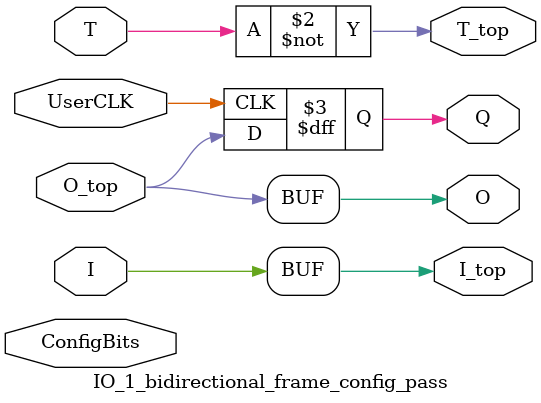
<source format=v>

module IO_1_bidirectional_frame_config_pass (I, T, O, Q, I_top, T_top, O_top, UserCLK, ConfigBits);
	parameter NoConfigBits = 0; // has to be adjusted manually (we don't use an arithmetic parser for the value)
	// Pin0
	input I; // from fabric to external pin
	input T; // tristate control
	output O; // from external pin to fabric
	output Q; // from external pin to fabric (registered)
	output I_top; // EXTERNAL has to ge to top-level entity not the switch matrix
	output T_top; // EXTERNAL has to ge to top-level entity not the switch matrix
	input O_top; // EXTERNAL has to ge to top-level entity not the switch matrix
	// Tile IO ports from BELs
	input UserCLK; // EXTERNAL // SHARED_PORT // ## the EXTERNAL keyword will send this signal all the way to top and the //SHARED Allows multiple BELs using the same port (e.g. for exporting a clock to the top)
	// GLOBAL all primitive pins that are connected to the switch matrix have to go before the GLOBAL label
	input [NoConfigBits-1 : 0] ConfigBits;
//                        _____
//    I////-T_DRIVER////->|PAD|//+//////-> O
//              |         ////-  |
//    T////////-+                +//>FF//> Q

// I am instantiating an IOBUF primitive.
// However, it is possible to connect corresponding pins all the way to top, just by adding an "// EXTERNAL" comment (see PAD in the entity)
	reg Q;
// wire fromPad;
// Slice outputs
	assign O = O_top;

	always @ (posedge UserCLK)
	begin
		Q <= O_top;
	end

	assign I_top = I;
	assign T_top = ~T;

// IOBUF IOBUF_inst0(
// .O(fromPad), // 1-bit output: Buffer output
// .I(I), // 1-bit input: Buffer input
// .IO(PAD), // 1-bit inout: Buffer inout (connect directly to top-level port)
// .T(T) // 1-bit input: 3-state enable input
// );

endmodule

</source>
